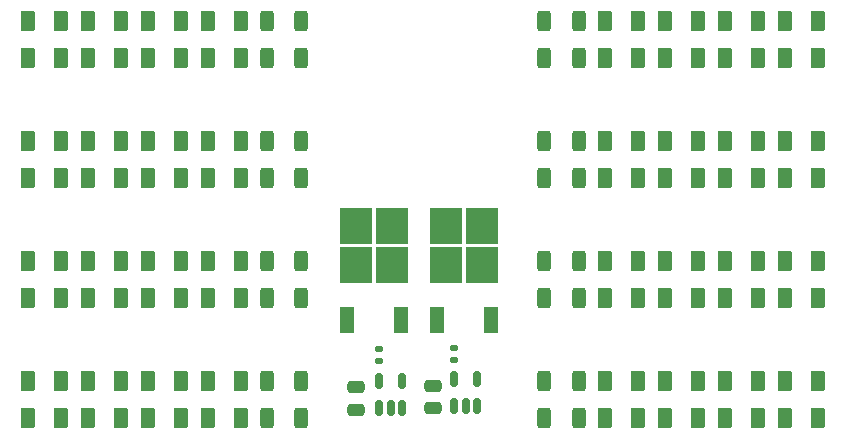
<source format=gbr>
%TF.GenerationSoftware,KiCad,Pcbnew,6.0.2+dfsg-1*%
%TF.CreationDate,2023-01-22T10:21:04-05:00*%
%TF.ProjectId,dragon-light-panel,64726167-6f6e-42d6-9c69-6768742d7061,rev?*%
%TF.SameCoordinates,Original*%
%TF.FileFunction,Paste,Top*%
%TF.FilePolarity,Positive*%
%FSLAX46Y46*%
G04 Gerber Fmt 4.6, Leading zero omitted, Abs format (unit mm)*
G04 Created by KiCad (PCBNEW 6.0.2+dfsg-1) date 2023-01-22 10:21:04*
%MOMM*%
%LPD*%
G01*
G04 APERTURE LIST*
G04 Aperture macros list*
%AMRoundRect*
0 Rectangle with rounded corners*
0 $1 Rounding radius*
0 $2 $3 $4 $5 $6 $7 $8 $9 X,Y pos of 4 corners*
0 Add a 4 corners polygon primitive as box body*
4,1,4,$2,$3,$4,$5,$6,$7,$8,$9,$2,$3,0*
0 Add four circle primitives for the rounded corners*
1,1,$1+$1,$2,$3*
1,1,$1+$1,$4,$5*
1,1,$1+$1,$6,$7*
1,1,$1+$1,$8,$9*
0 Add four rect primitives between the rounded corners*
20,1,$1+$1,$2,$3,$4,$5,0*
20,1,$1+$1,$4,$5,$6,$7,0*
20,1,$1+$1,$6,$7,$8,$9,0*
20,1,$1+$1,$8,$9,$2,$3,0*%
G04 Aperture macros list end*
%ADD10RoundRect,0.250000X-0.375000X-0.625000X0.375000X-0.625000X0.375000X0.625000X-0.375000X0.625000X0*%
%ADD11RoundRect,0.250000X0.312500X0.625000X-0.312500X0.625000X-0.312500X-0.625000X0.312500X-0.625000X0*%
%ADD12RoundRect,0.250000X0.375000X0.625000X-0.375000X0.625000X-0.375000X-0.625000X0.375000X-0.625000X0*%
%ADD13RoundRect,0.250000X-0.312500X-0.625000X0.312500X-0.625000X0.312500X0.625000X-0.312500X0.625000X0*%
%ADD14RoundRect,0.150000X0.150000X-0.512500X0.150000X0.512500X-0.150000X0.512500X-0.150000X-0.512500X0*%
%ADD15R,2.750000X3.050000*%
%ADD16R,1.200000X2.200000*%
%ADD17RoundRect,0.135000X0.185000X-0.135000X0.185000X0.135000X-0.185000X0.135000X-0.185000X-0.135000X0*%
%ADD18RoundRect,0.250000X0.475000X-0.250000X0.475000X0.250000X-0.475000X0.250000X-0.475000X-0.250000X0*%
G04 APERTURE END LIST*
D10*
%TO.C,D1*%
X121155000Y-69215000D03*
X123955000Y-69215000D03*
%TD*%
D11*
%TO.C,R10*%
X103697500Y-59055000D03*
X100772500Y-59055000D03*
%TD*%
D12*
%TO.C,D23*%
X69980000Y-82550000D03*
X67180000Y-82550000D03*
%TD*%
D13*
%TO.C,R4*%
X77277500Y-69215000D03*
X80202500Y-69215000D03*
%TD*%
D12*
%TO.C,D16*%
X75060000Y-69215000D03*
X72260000Y-69215000D03*
%TD*%
D11*
%TO.C,R14*%
X103697500Y-79375000D03*
X100772500Y-79375000D03*
%TD*%
D12*
%TO.C,D11*%
X69980000Y-48895000D03*
X67180000Y-48895000D03*
%TD*%
D10*
%TO.C,D47*%
X110995000Y-52070000D03*
X113795000Y-52070000D03*
%TD*%
%TO.C,D57*%
X121155000Y-62230000D03*
X123955000Y-62230000D03*
%TD*%
%TO.C,D44*%
X105915000Y-72390000D03*
X108715000Y-72390000D03*
%TD*%
D14*
%TO.C,U2*%
X86807000Y-81655500D03*
X87757000Y-81655500D03*
X88707000Y-81655500D03*
X88707000Y-79380500D03*
X86807000Y-79380500D03*
%TD*%
D10*
%TO.C,D52*%
X105915000Y-48895000D03*
X108715000Y-48895000D03*
%TD*%
D11*
%TO.C,R15*%
X103697500Y-62230000D03*
X100772500Y-62230000D03*
%TD*%
D10*
%TO.C,D49*%
X121155000Y-48895000D03*
X123955000Y-48895000D03*
%TD*%
D12*
%TO.C,D15*%
X69980000Y-69215000D03*
X67180000Y-69215000D03*
%TD*%
%TO.C,D17*%
X59820000Y-72390000D03*
X57020000Y-72390000D03*
%TD*%
D15*
%TO.C,Q1*%
X92455000Y-69620000D03*
X95505000Y-66270000D03*
X92455000Y-66270000D03*
X95505000Y-69620000D03*
D16*
X91700000Y-74245000D03*
X96260000Y-74245000D03*
%TD*%
D12*
%TO.C,D34*%
X64900000Y-52070000D03*
X62100000Y-52070000D03*
%TD*%
D17*
%TO.C,R18*%
X86741000Y-77726000D03*
X86741000Y-76706000D03*
%TD*%
D11*
%TO.C,R11*%
X103697500Y-72390000D03*
X100772500Y-72390000D03*
%TD*%
D13*
%TO.C,R5*%
X77277500Y-72390000D03*
X80202500Y-72390000D03*
%TD*%
D12*
%TO.C,D19*%
X69980000Y-72390000D03*
X67180000Y-72390000D03*
%TD*%
D10*
%TO.C,D26*%
X116075000Y-82550000D03*
X118875000Y-82550000D03*
%TD*%
D12*
%TO.C,D6*%
X64900000Y-62230000D03*
X62100000Y-62230000D03*
%TD*%
D18*
%TO.C,C2*%
X84836000Y-81849000D03*
X84836000Y-79949000D03*
%TD*%
D10*
%TO.C,D41*%
X121155000Y-72390000D03*
X123955000Y-72390000D03*
%TD*%
D12*
%TO.C,D22*%
X64900000Y-82550000D03*
X62100000Y-82550000D03*
%TD*%
D10*
%TO.C,D45*%
X121155000Y-52070000D03*
X123955000Y-52070000D03*
%TD*%
D12*
%TO.C,D63*%
X69980000Y-79375000D03*
X67180000Y-79375000D03*
%TD*%
D10*
%TO.C,D3*%
X110995000Y-69215000D03*
X113795000Y-69215000D03*
%TD*%
D13*
%TO.C,R3*%
X77277500Y-48895000D03*
X80202500Y-48895000D03*
%TD*%
D12*
%TO.C,D21*%
X59820000Y-82550000D03*
X57020000Y-82550000D03*
%TD*%
%TO.C,D64*%
X75060000Y-79375000D03*
X72260000Y-79375000D03*
%TD*%
%TO.C,D32*%
X75060000Y-59055000D03*
X72260000Y-59055000D03*
%TD*%
D10*
%TO.C,D56*%
X105915000Y-79375000D03*
X108715000Y-79375000D03*
%TD*%
%TO.C,D50*%
X116075000Y-48895000D03*
X118875000Y-48895000D03*
%TD*%
D12*
%TO.C,D61*%
X59820000Y-79375000D03*
X57020000Y-79375000D03*
%TD*%
D13*
%TO.C,R16*%
X77277500Y-79375000D03*
X80202500Y-79375000D03*
%TD*%
D10*
%TO.C,D28*%
X105915000Y-82550000D03*
X108715000Y-82550000D03*
%TD*%
D12*
%TO.C,D35*%
X69980000Y-52070000D03*
X67180000Y-52070000D03*
%TD*%
D10*
%TO.C,D2*%
X116075000Y-69215000D03*
X118875000Y-69215000D03*
%TD*%
D17*
%TO.C,R17*%
X93091000Y-77599000D03*
X93091000Y-76579000D03*
%TD*%
D12*
%TO.C,D9*%
X59820000Y-48895000D03*
X57020000Y-48895000D03*
%TD*%
D15*
%TO.C,Q2*%
X84835000Y-66270000D03*
X84835000Y-69620000D03*
X87885000Y-69620000D03*
X87885000Y-66270000D03*
D16*
X84080000Y-74245000D03*
X88640000Y-74245000D03*
%TD*%
D12*
%TO.C,D33*%
X59820000Y-52070000D03*
X57020000Y-52070000D03*
%TD*%
%TO.C,D14*%
X64900000Y-69215000D03*
X62100000Y-69215000D03*
%TD*%
D13*
%TO.C,R8*%
X77277500Y-59055000D03*
X80202500Y-59055000D03*
%TD*%
D10*
%TO.C,D46*%
X116075000Y-52070000D03*
X118875000Y-52070000D03*
%TD*%
D11*
%TO.C,R7*%
X103697500Y-82550000D03*
X100772500Y-82550000D03*
%TD*%
D12*
%TO.C,D7*%
X69980000Y-62230000D03*
X67180000Y-62230000D03*
%TD*%
%TO.C,D29*%
X59820000Y-59055000D03*
X57020000Y-59055000D03*
%TD*%
%TO.C,D36*%
X75060000Y-52070000D03*
X72260000Y-52070000D03*
%TD*%
D10*
%TO.C,D42*%
X116075000Y-72390000D03*
X118875000Y-72390000D03*
%TD*%
%TO.C,D43*%
X110995000Y-72390000D03*
X113795000Y-72390000D03*
%TD*%
D12*
%TO.C,D24*%
X75060000Y-82550000D03*
X72260000Y-82550000D03*
%TD*%
D10*
%TO.C,D55*%
X110995000Y-79375000D03*
X113795000Y-79375000D03*
%TD*%
D14*
%TO.C,U1*%
X93157000Y-81528500D03*
X94107000Y-81528500D03*
X95057000Y-81528500D03*
X95057000Y-79253500D03*
X93157000Y-79253500D03*
%TD*%
D10*
%TO.C,D37*%
X121155000Y-59055000D03*
X123955000Y-59055000D03*
%TD*%
%TO.C,D58*%
X116075000Y-62230000D03*
X118875000Y-62230000D03*
%TD*%
D12*
%TO.C,D12*%
X75060000Y-48895000D03*
X72260000Y-48895000D03*
%TD*%
%TO.C,D30*%
X64900000Y-59055000D03*
X62100000Y-59055000D03*
%TD*%
D10*
%TO.C,D25*%
X121155000Y-82550000D03*
X123955000Y-82550000D03*
%TD*%
%TO.C,D53*%
X121155000Y-79375000D03*
X123955000Y-79375000D03*
%TD*%
D12*
%TO.C,D18*%
X64900000Y-72390000D03*
X62100000Y-72390000D03*
%TD*%
D10*
%TO.C,D60*%
X105915000Y-62230000D03*
X108715000Y-62230000D03*
%TD*%
%TO.C,D27*%
X110995000Y-82550000D03*
X113795000Y-82550000D03*
%TD*%
D12*
%TO.C,D8*%
X75060000Y-62230000D03*
X72260000Y-62230000D03*
%TD*%
D10*
%TO.C,D4*%
X105915000Y-69215000D03*
X108715000Y-69215000D03*
%TD*%
D11*
%TO.C,R13*%
X103697500Y-48895000D03*
X100772500Y-48895000D03*
%TD*%
D12*
%TO.C,D20*%
X75060000Y-72390000D03*
X72260000Y-72390000D03*
%TD*%
D18*
%TO.C,C1*%
X91313000Y-81722000D03*
X91313000Y-79822000D03*
%TD*%
D12*
%TO.C,D5*%
X59820000Y-62230000D03*
X57020000Y-62230000D03*
%TD*%
D10*
%TO.C,D59*%
X110995000Y-62230000D03*
X113795000Y-62230000D03*
%TD*%
%TO.C,D38*%
X116075000Y-59055000D03*
X118875000Y-59055000D03*
%TD*%
%TO.C,D39*%
X110995000Y-59055000D03*
X113795000Y-59055000D03*
%TD*%
D13*
%TO.C,R2*%
X77277500Y-62230000D03*
X80202500Y-62230000D03*
%TD*%
D11*
%TO.C,R1*%
X103697500Y-69215000D03*
X100772500Y-69215000D03*
%TD*%
D12*
%TO.C,D10*%
X64900000Y-48895000D03*
X62100000Y-48895000D03*
%TD*%
D13*
%TO.C,R6*%
X77277500Y-82550000D03*
X80202500Y-82550000D03*
%TD*%
D10*
%TO.C,D40*%
X105915000Y-59055000D03*
X108715000Y-59055000D03*
%TD*%
D12*
%TO.C,D62*%
X64900000Y-79375000D03*
X62100000Y-79375000D03*
%TD*%
D10*
%TO.C,D51*%
X110995000Y-48895000D03*
X113795000Y-48895000D03*
%TD*%
%TO.C,D54*%
X116075000Y-79375000D03*
X118875000Y-79375000D03*
%TD*%
D12*
%TO.C,D13*%
X59820000Y-69215000D03*
X57020000Y-69215000D03*
%TD*%
D10*
%TO.C,D48*%
X105915000Y-52070000D03*
X108715000Y-52070000D03*
%TD*%
D13*
%TO.C,R9*%
X77277500Y-52070000D03*
X80202500Y-52070000D03*
%TD*%
D12*
%TO.C,D31*%
X69980000Y-59055000D03*
X67180000Y-59055000D03*
%TD*%
D11*
%TO.C,R12*%
X103697500Y-52070000D03*
X100772500Y-52070000D03*
%TD*%
M02*

</source>
